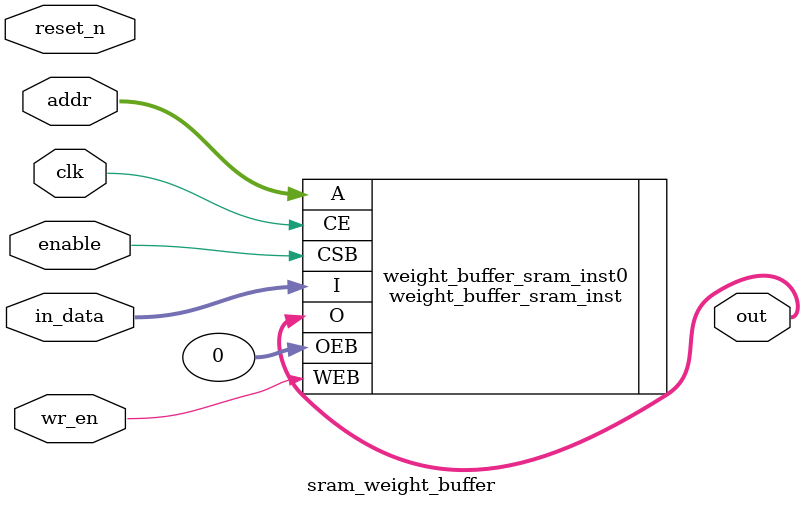
<source format=sv>
module sram_weight_buffer(
    input logic clk,
    input logic reset_n,
    input logic enable,
    input logic wr_en,
    input logic [7:0] in_data,
    input logic [3:0] addr,
    output logic signed [7:0] out
);

weight_buffer_sram_inst weight_buffer_sram_inst0(
    .CE(clk),
    .WEB(wr_en), // Write Enable - Active Low
    .OEB(0), // Output Enable - Active Low
    .CSB(enable), // Chip select - Active Low
    .A(addr), // Read/Write Address
    .I(in_data),
    .O(out)
);


endmodule
</source>
